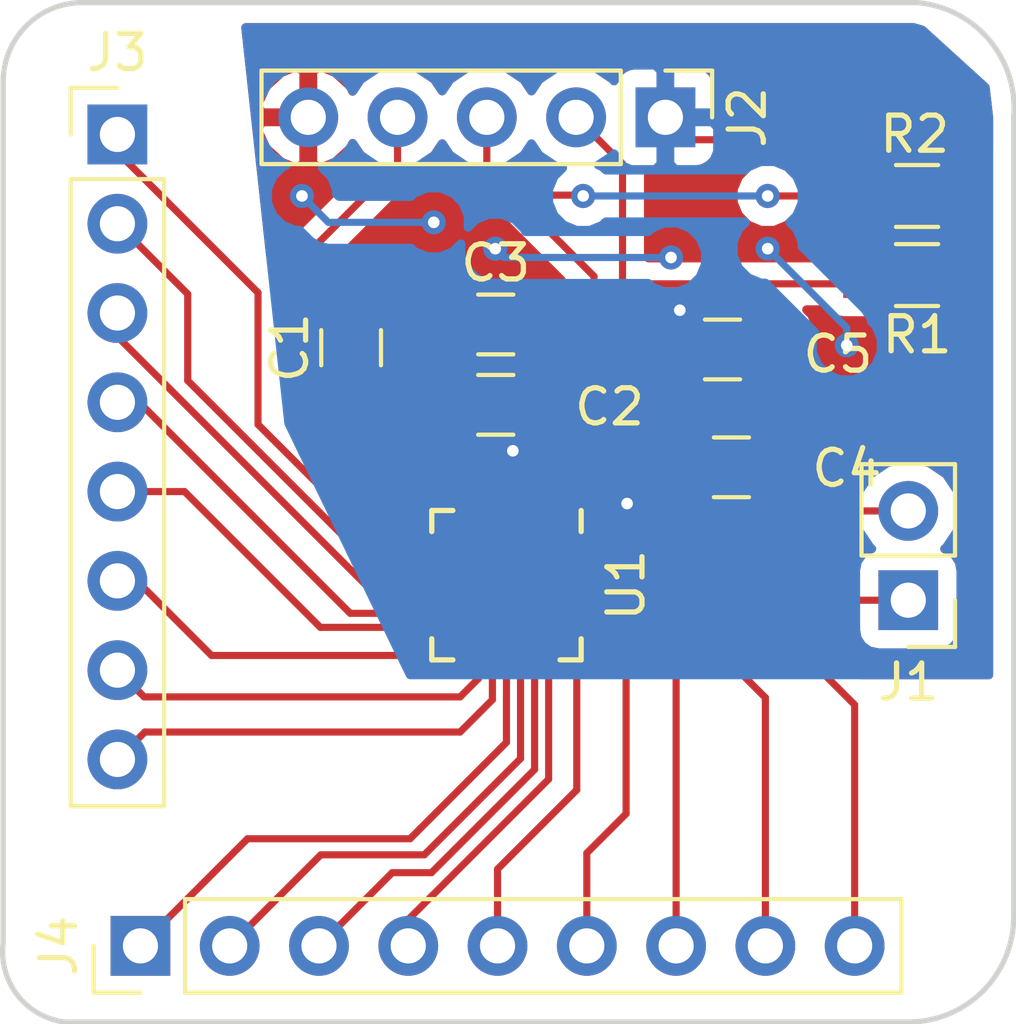
<source format=kicad_pcb>
(kicad_pcb (version 4) (host pcbnew 4.0.7)

  (general
    (links 38)
    (no_connects 0)
    (area 132.766999 100.407399 169.399144 135.101401)
    (thickness 1.6)
    (drawings 8)
    (tracks 144)
    (zones 0)
    (modules 12)
    (nets 29)
  )

  (page A4)
  (layers
    (0 F.Cu signal)
    (31 B.Cu signal hide)
    (32 B.Adhes user)
    (33 F.Adhes user)
    (34 B.Paste user)
    (35 F.Paste user)
    (36 B.SilkS user)
    (37 F.SilkS user)
    (38 B.Mask user)
    (39 F.Mask user)
    (40 Dwgs.User user)
    (41 Cmts.User user)
    (42 Eco1.User user)
    (43 Eco2.User user)
    (44 Edge.Cuts user)
    (45 Margin user)
    (46 B.CrtYd user)
    (47 F.CrtYd user)
    (48 B.Fab user)
    (49 F.Fab user)
  )

  (setup
    (last_trace_width 0.2032)
    (user_trace_width 0.2032)
    (trace_clearance 0.1524)
    (zone_clearance 0.508)
    (zone_45_only no)
    (trace_min 0.1524)
    (segment_width 0.2)
    (edge_width 0.15)
    (via_size 0.6858)
    (via_drill 0.3302)
    (via_min_size 0.508)
    (via_min_drill 0.254)
    (uvia_size 0.6858)
    (uvia_drill 0.3302)
    (uvias_allowed no)
    (uvia_min_size 0)
    (uvia_min_drill 0)
    (pcb_text_width 0.3)
    (pcb_text_size 1.5 1.5)
    (mod_edge_width 0.15)
    (mod_text_size 1 1)
    (mod_text_width 0.15)
    (pad_size 1.524 1.524)
    (pad_drill 0.762)
    (pad_to_mask_clearance 0.0508)
    (aux_axis_origin 0 0)
    (visible_elements FFFFFF7F)
    (pcbplotparams
      (layerselection 0x00030_80000001)
      (usegerberextensions false)
      (excludeedgelayer true)
      (linewidth 0.100000)
      (plotframeref false)
      (viasonmask false)
      (mode 1)
      (useauxorigin false)
      (hpglpennumber 1)
      (hpglpenspeed 20)
      (hpglpendiameter 15)
      (hpglpenoverlay 2)
      (psnegative false)
      (psa4output false)
      (plotreference true)
      (plotvalue true)
      (plotinvisibletext false)
      (padsonsilk false)
      (subtractmaskfromsilk false)
      (outputformat 1)
      (mirror false)
      (drillshape 1)
      (scaleselection 1)
      (outputdirectory ""))
  )

  (net 0 "")
  (net 1 "Net-(C1-Pad1)")
  (net 2 GND)
  (net 3 "Net-(C2-Pad1)")
  (net 4 PGM)
  (net 5 SW_IN)
  (net 6 +3V3)
  (net 7 SDA)
  (net 8 SCL)
  (net 9 RDY)
  (net 10 RX0)
  (net 11 RX1)
  (net 12 RX2)
  (net 13 RX3)
  (net 14 RX4)
  (net 15 RX5)
  (net 16 RX6)
  (net 17 RX7)
  (net 18 TX0)
  (net 19 TX1)
  (net 20 TX2)
  (net 21 TX3)
  (net 22 TX4)
  (net 23 TX5)
  (net 24 TX6)
  (net 25 TX7)
  (net 26 TX8)
  (net 27 "Net-(U1-Pad1)")
  (net 28 "Net-(U1-Pad9)")

  (net_class Default "This is the default net class."
    (clearance 0.1524)
    (trace_width 0.1524)
    (via_dia 0.6858)
    (via_drill 0.3302)
    (uvia_dia 0.6858)
    (uvia_drill 0.3302)
    (add_net +3V3)
    (add_net GND)
    (add_net "Net-(C1-Pad1)")
    (add_net "Net-(C2-Pad1)")
    (add_net "Net-(U1-Pad1)")
    (add_net "Net-(U1-Pad9)")
    (add_net PGM)
    (add_net RDY)
    (add_net RX0)
    (add_net RX1)
    (add_net RX2)
    (add_net RX3)
    (add_net RX4)
    (add_net RX5)
    (add_net RX6)
    (add_net RX7)
    (add_net SCL)
    (add_net SDA)
    (add_net SW_IN)
    (add_net TX0)
    (add_net TX1)
    (add_net TX2)
    (add_net TX3)
    (add_net TX4)
    (add_net TX5)
    (add_net TX6)
    (add_net TX7)
    (add_net TX8)
  )

  (module Capacitors_SMD:C_0805_HandSoldering (layer F.Cu) (tedit 58AA84A8) (tstamp 5B1B8465)
    (at 149.1488 115.316 90)
    (descr "Capacitor SMD 0805, hand soldering")
    (tags "capacitor 0805")
    (path /5B1B79A6)
    (attr smd)
    (fp_text reference C1 (at 0 -1.75 90) (layer F.SilkS)
      (effects (font (size 1 1) (thickness 0.15)))
    )
    (fp_text value 100nF (at 0 1.75 90) (layer F.Fab)
      (effects (font (size 1 1) (thickness 0.15)))
    )
    (fp_text user %R (at 0 -1.75 90) (layer F.Fab)
      (effects (font (size 1 1) (thickness 0.15)))
    )
    (fp_line (start -1 0.62) (end -1 -0.62) (layer F.Fab) (width 0.1))
    (fp_line (start 1 0.62) (end -1 0.62) (layer F.Fab) (width 0.1))
    (fp_line (start 1 -0.62) (end 1 0.62) (layer F.Fab) (width 0.1))
    (fp_line (start -1 -0.62) (end 1 -0.62) (layer F.Fab) (width 0.1))
    (fp_line (start 0.5 -0.85) (end -0.5 -0.85) (layer F.SilkS) (width 0.12))
    (fp_line (start -0.5 0.85) (end 0.5 0.85) (layer F.SilkS) (width 0.12))
    (fp_line (start -2.25 -0.88) (end 2.25 -0.88) (layer F.CrtYd) (width 0.05))
    (fp_line (start -2.25 -0.88) (end -2.25 0.87) (layer F.CrtYd) (width 0.05))
    (fp_line (start 2.25 0.87) (end 2.25 -0.88) (layer F.CrtYd) (width 0.05))
    (fp_line (start 2.25 0.87) (end -2.25 0.87) (layer F.CrtYd) (width 0.05))
    (pad 1 smd rect (at -1.25 0 90) (size 1.5 1.25) (layers F.Cu F.Paste F.Mask)
      (net 1 "Net-(C1-Pad1)"))
    (pad 2 smd rect (at 1.25 0 90) (size 1.5 1.25) (layers F.Cu F.Paste F.Mask)
      (net 2 GND))
    (model Capacitors_SMD.3dshapes/C_0805.wrl
      (at (xyz 0 0 0))
      (scale (xyz 1 1 1))
      (rotate (xyz 0 0 0))
    )
  )

  (module Capacitors_SMD:C_0805_HandSoldering (layer F.Cu) (tedit 5B1B6D06) (tstamp 5B1B846B)
    (at 153.2636 116.9416)
    (descr "Capacitor SMD 0805, hand soldering")
    (tags "capacitor 0805")
    (path /5B1B7AD8)
    (attr smd)
    (fp_text reference C2 (at 3.2364 0.0584) (layer F.SilkS)
      (effects (font (size 1 1) (thickness 0.15)))
    )
    (fp_text value 100pF (at 0 1.75) (layer F.Fab)
      (effects (font (size 1 1) (thickness 0.15)))
    )
    (fp_text user %R (at 3.2364 0.0584) (layer F.Fab)
      (effects (font (size 1 1) (thickness 0.15)))
    )
    (fp_line (start -1 0.62) (end -1 -0.62) (layer F.Fab) (width 0.1))
    (fp_line (start 1 0.62) (end -1 0.62) (layer F.Fab) (width 0.1))
    (fp_line (start 1 -0.62) (end 1 0.62) (layer F.Fab) (width 0.1))
    (fp_line (start -1 -0.62) (end 1 -0.62) (layer F.Fab) (width 0.1))
    (fp_line (start 0.5 -0.85) (end -0.5 -0.85) (layer F.SilkS) (width 0.12))
    (fp_line (start -0.5 0.85) (end 0.5 0.85) (layer F.SilkS) (width 0.12))
    (fp_line (start -2.25 -0.88) (end 2.25 -0.88) (layer F.CrtYd) (width 0.05))
    (fp_line (start -2.25 -0.88) (end -2.25 0.87) (layer F.CrtYd) (width 0.05))
    (fp_line (start 2.25 0.87) (end 2.25 -0.88) (layer F.CrtYd) (width 0.05))
    (fp_line (start 2.25 0.87) (end -2.25 0.87) (layer F.CrtYd) (width 0.05))
    (pad 1 smd rect (at -1.25 0) (size 1.5 1.25) (layers F.Cu F.Paste F.Mask)
      (net 3 "Net-(C2-Pad1)"))
    (pad 2 smd rect (at 1.25 0) (size 1.5 1.25) (layers F.Cu F.Paste F.Mask)
      (net 2 GND))
    (model Capacitors_SMD.3dshapes/C_0805.wrl
      (at (xyz 0 0 0))
      (scale (xyz 1 1 1))
      (rotate (xyz 0 0 0))
    )
  )

  (module Capacitors_SMD:C_0805_HandSoldering (layer F.Cu) (tedit 58AA84A8) (tstamp 5B1B8471)
    (at 153.2636 114.6556)
    (descr "Capacitor SMD 0805, hand soldering")
    (tags "capacitor 0805")
    (path /5B1B7AAD)
    (attr smd)
    (fp_text reference C3 (at 0 -1.75) (layer F.SilkS)
      (effects (font (size 1 1) (thickness 0.15)))
    )
    (fp_text value 1uF (at 0 1.75) (layer F.Fab)
      (effects (font (size 1 1) (thickness 0.15)))
    )
    (fp_text user %R (at 0 -1.75) (layer F.Fab)
      (effects (font (size 1 1) (thickness 0.15)))
    )
    (fp_line (start -1 0.62) (end -1 -0.62) (layer F.Fab) (width 0.1))
    (fp_line (start 1 0.62) (end -1 0.62) (layer F.Fab) (width 0.1))
    (fp_line (start 1 -0.62) (end 1 0.62) (layer F.Fab) (width 0.1))
    (fp_line (start -1 -0.62) (end 1 -0.62) (layer F.Fab) (width 0.1))
    (fp_line (start 0.5 -0.85) (end -0.5 -0.85) (layer F.SilkS) (width 0.12))
    (fp_line (start -0.5 0.85) (end 0.5 0.85) (layer F.SilkS) (width 0.12))
    (fp_line (start -2.25 -0.88) (end 2.25 -0.88) (layer F.CrtYd) (width 0.05))
    (fp_line (start -2.25 -0.88) (end -2.25 0.87) (layer F.CrtYd) (width 0.05))
    (fp_line (start 2.25 0.87) (end 2.25 -0.88) (layer F.CrtYd) (width 0.05))
    (fp_line (start 2.25 0.87) (end -2.25 0.87) (layer F.CrtYd) (width 0.05))
    (pad 1 smd rect (at -1.25 0) (size 1.5 1.25) (layers F.Cu F.Paste F.Mask)
      (net 3 "Net-(C2-Pad1)"))
    (pad 2 smd rect (at 1.25 0) (size 1.5 1.25) (layers F.Cu F.Paste F.Mask)
      (net 2 GND))
    (model Capacitors_SMD.3dshapes/C_0805.wrl
      (at (xyz 0 0 0))
      (scale (xyz 1 1 1))
      (rotate (xyz 0 0 0))
    )
  )

  (module Capacitors_SMD:C_0805_HandSoldering (layer F.Cu) (tedit 5B1B6D0F) (tstamp 5B1B8477)
    (at 159.9692 118.7196)
    (descr "Capacitor SMD 0805, hand soldering")
    (tags "capacitor 0805")
    (path /5B1B7A78)
    (attr smd)
    (fp_text reference C4 (at 3.2808 0.0304) (layer F.SilkS)
      (effects (font (size 1 1) (thickness 0.15)))
    )
    (fp_text value 100pF (at 0 1.75) (layer F.Fab)
      (effects (font (size 1 1) (thickness 0.15)))
    )
    (fp_text user %R (at 3.2808 0.0304) (layer F.Fab)
      (effects (font (size 1 1) (thickness 0.15)))
    )
    (fp_line (start -1 0.62) (end -1 -0.62) (layer F.Fab) (width 0.1))
    (fp_line (start 1 0.62) (end -1 0.62) (layer F.Fab) (width 0.1))
    (fp_line (start 1 -0.62) (end 1 0.62) (layer F.Fab) (width 0.1))
    (fp_line (start -1 -0.62) (end 1 -0.62) (layer F.Fab) (width 0.1))
    (fp_line (start 0.5 -0.85) (end -0.5 -0.85) (layer F.SilkS) (width 0.12))
    (fp_line (start -0.5 0.85) (end 0.5 0.85) (layer F.SilkS) (width 0.12))
    (fp_line (start -2.25 -0.88) (end 2.25 -0.88) (layer F.CrtYd) (width 0.05))
    (fp_line (start -2.25 -0.88) (end -2.25 0.87) (layer F.CrtYd) (width 0.05))
    (fp_line (start 2.25 0.87) (end 2.25 -0.88) (layer F.CrtYd) (width 0.05))
    (fp_line (start 2.25 0.87) (end -2.25 0.87) (layer F.CrtYd) (width 0.05))
    (pad 1 smd rect (at -1.25 0) (size 1.5 1.25) (layers F.Cu F.Paste F.Mask)
      (net 6 +3V3))
    (pad 2 smd rect (at 1.25 0) (size 1.5 1.25) (layers F.Cu F.Paste F.Mask)
      (net 2 GND))
    (model Capacitors_SMD.3dshapes/C_0805.wrl
      (at (xyz 0 0 0))
      (scale (xyz 1 1 1))
      (rotate (xyz 0 0 0))
    )
  )

  (module Capacitors_SMD:C_0805_HandSoldering (layer F.Cu) (tedit 5B1B6D18) (tstamp 5B1B847D)
    (at 159.7152 115.3668)
    (descr "Capacitor SMD 0805, hand soldering")
    (tags "capacitor 0805")
    (path /5B1B7A45)
    (attr smd)
    (fp_text reference C5 (at 3.2848 0.1332) (layer F.SilkS)
      (effects (font (size 1 1) (thickness 0.15)))
    )
    (fp_text value 1uF (at 0 1.75) (layer F.Fab)
      (effects (font (size 1 1) (thickness 0.15)))
    )
    (fp_text user %R (at 3.2848 0.1332) (layer F.Fab)
      (effects (font (size 1 1) (thickness 0.15)))
    )
    (fp_line (start -1 0.62) (end -1 -0.62) (layer F.Fab) (width 0.1))
    (fp_line (start 1 0.62) (end -1 0.62) (layer F.Fab) (width 0.1))
    (fp_line (start 1 -0.62) (end 1 0.62) (layer F.Fab) (width 0.1))
    (fp_line (start -1 -0.62) (end 1 -0.62) (layer F.Fab) (width 0.1))
    (fp_line (start 0.5 -0.85) (end -0.5 -0.85) (layer F.SilkS) (width 0.12))
    (fp_line (start -0.5 0.85) (end 0.5 0.85) (layer F.SilkS) (width 0.12))
    (fp_line (start -2.25 -0.88) (end 2.25 -0.88) (layer F.CrtYd) (width 0.05))
    (fp_line (start -2.25 -0.88) (end -2.25 0.87) (layer F.CrtYd) (width 0.05))
    (fp_line (start 2.25 0.87) (end 2.25 -0.88) (layer F.CrtYd) (width 0.05))
    (fp_line (start 2.25 0.87) (end -2.25 0.87) (layer F.CrtYd) (width 0.05))
    (pad 1 smd rect (at -1.25 0) (size 1.5 1.25) (layers F.Cu F.Paste F.Mask)
      (net 6 +3V3))
    (pad 2 smd rect (at 1.25 0) (size 1.5 1.25) (layers F.Cu F.Paste F.Mask)
      (net 2 GND))
    (model Capacitors_SMD.3dshapes/C_0805.wrl
      (at (xyz 0 0 0))
      (scale (xyz 1 1 1))
      (rotate (xyz 0 0 0))
    )
  )

  (module Pin_Headers:Pin_Header_Straight_1x02_Pitch2.54mm (layer F.Cu) (tedit 59650532) (tstamp 5B1B8483)
    (at 165 122.5 180)
    (descr "Through hole straight pin header, 1x02, 2.54mm pitch, single row")
    (tags "Through hole pin header THT 1x02 2.54mm single row")
    (path /5B1B7F5C)
    (fp_text reference J1 (at 0 -2.33 180) (layer F.SilkS)
      (effects (font (size 1 1) (thickness 0.15)))
    )
    (fp_text value Other (at 0 4.87 180) (layer F.Fab)
      (effects (font (size 1 1) (thickness 0.15)))
    )
    (fp_line (start -0.635 -1.27) (end 1.27 -1.27) (layer F.Fab) (width 0.1))
    (fp_line (start 1.27 -1.27) (end 1.27 3.81) (layer F.Fab) (width 0.1))
    (fp_line (start 1.27 3.81) (end -1.27 3.81) (layer F.Fab) (width 0.1))
    (fp_line (start -1.27 3.81) (end -1.27 -0.635) (layer F.Fab) (width 0.1))
    (fp_line (start -1.27 -0.635) (end -0.635 -1.27) (layer F.Fab) (width 0.1))
    (fp_line (start -1.33 3.87) (end 1.33 3.87) (layer F.SilkS) (width 0.12))
    (fp_line (start -1.33 1.27) (end -1.33 3.87) (layer F.SilkS) (width 0.12))
    (fp_line (start 1.33 1.27) (end 1.33 3.87) (layer F.SilkS) (width 0.12))
    (fp_line (start -1.33 1.27) (end 1.33 1.27) (layer F.SilkS) (width 0.12))
    (fp_line (start -1.33 0) (end -1.33 -1.33) (layer F.SilkS) (width 0.12))
    (fp_line (start -1.33 -1.33) (end 0 -1.33) (layer F.SilkS) (width 0.12))
    (fp_line (start -1.8 -1.8) (end -1.8 4.35) (layer F.CrtYd) (width 0.05))
    (fp_line (start -1.8 4.35) (end 1.8 4.35) (layer F.CrtYd) (width 0.05))
    (fp_line (start 1.8 4.35) (end 1.8 -1.8) (layer F.CrtYd) (width 0.05))
    (fp_line (start 1.8 -1.8) (end -1.8 -1.8) (layer F.CrtYd) (width 0.05))
    (fp_text user %R (at 0 1.27 270) (layer F.Fab)
      (effects (font (size 1 1) (thickness 0.15)))
    )
    (pad 1 thru_hole rect (at 0 0 180) (size 1.7 1.7) (drill 1) (layers *.Cu *.Mask)
      (net 4 PGM))
    (pad 2 thru_hole oval (at 0 2.54 180) (size 1.7 1.7) (drill 1) (layers *.Cu *.Mask)
      (net 5 SW_IN))
    (model ${KISYS3DMOD}/Pin_Headers.3dshapes/Pin_Header_Straight_1x02_Pitch2.54mm.wrl
      (at (xyz 0 0 0))
      (scale (xyz 1 1 1))
      (rotate (xyz 0 0 0))
    )
  )

  (module Pin_Headers:Pin_Header_Straight_1x05_Pitch2.54mm (layer F.Cu) (tedit 5B1B6CFD) (tstamp 5B1B848C)
    (at 158.0896 108.7628 270)
    (descr "Through hole straight pin header, 1x05, 2.54mm pitch, single row")
    (tags "Through hole pin header THT 1x05 2.54mm single row")
    (path /5B1B741F)
    (fp_text reference J2 (at 0 -2.33 270) (layer F.SilkS)
      (effects (font (size 1 1) (thickness 0.15)))
    )
    (fp_text value "I2C data and programming" (at -2.0128 4.0896 360) (layer F.Fab)
      (effects (font (size 1 1) (thickness 0.15)))
    )
    (fp_line (start -0.635 -1.27) (end 1.27 -1.27) (layer F.Fab) (width 0.1))
    (fp_line (start 1.27 -1.27) (end 1.27 11.43) (layer F.Fab) (width 0.1))
    (fp_line (start 1.27 11.43) (end -1.27 11.43) (layer F.Fab) (width 0.1))
    (fp_line (start -1.27 11.43) (end -1.27 -0.635) (layer F.Fab) (width 0.1))
    (fp_line (start -1.27 -0.635) (end -0.635 -1.27) (layer F.Fab) (width 0.1))
    (fp_line (start -1.33 11.49) (end 1.33 11.49) (layer F.SilkS) (width 0.12))
    (fp_line (start -1.33 1.27) (end -1.33 11.49) (layer F.SilkS) (width 0.12))
    (fp_line (start 1.33 1.27) (end 1.33 11.49) (layer F.SilkS) (width 0.12))
    (fp_line (start -1.33 1.27) (end 1.33 1.27) (layer F.SilkS) (width 0.12))
    (fp_line (start -1.33 0) (end -1.33 -1.33) (layer F.SilkS) (width 0.12))
    (fp_line (start -1.33 -1.33) (end 0 -1.33) (layer F.SilkS) (width 0.12))
    (fp_line (start -1.8 -1.8) (end -1.8 11.95) (layer F.CrtYd) (width 0.05))
    (fp_line (start -1.8 11.95) (end 1.8 11.95) (layer F.CrtYd) (width 0.05))
    (fp_line (start 1.8 11.95) (end 1.8 -1.8) (layer F.CrtYd) (width 0.05))
    (fp_line (start 1.8 -1.8) (end -1.8 -1.8) (layer F.CrtYd) (width 0.05))
    (fp_text user %R (at 0 5.08 360) (layer F.Fab)
      (effects (font (size 1 1) (thickness 0.15)))
    )
    (pad 1 thru_hole rect (at 0 0 270) (size 1.7 1.7) (drill 1) (layers *.Cu *.Mask)
      (net 6 +3V3))
    (pad 2 thru_hole oval (at 0 2.54 270) (size 1.7 1.7) (drill 1) (layers *.Cu *.Mask)
      (net 7 SDA))
    (pad 3 thru_hole oval (at 0 5.08 270) (size 1.7 1.7) (drill 1) (layers *.Cu *.Mask)
      (net 8 SCL))
    (pad 4 thru_hole oval (at 0 7.62 270) (size 1.7 1.7) (drill 1) (layers *.Cu *.Mask)
      (net 9 RDY))
    (pad 5 thru_hole oval (at 0 10.16 270) (size 1.7 1.7) (drill 1) (layers *.Cu *.Mask)
      (net 2 GND))
    (model ${KISYS3DMOD}/Pin_Headers.3dshapes/Pin_Header_Straight_1x05_Pitch2.54mm.wrl
      (at (xyz 0 0 0))
      (scale (xyz 1 1 1))
      (rotate (xyz 0 0 0))
    )
  )

  (module Pin_Headers:Pin_Header_Straight_1x08_Pitch2.54mm (layer F.Cu) (tedit 59650532) (tstamp 5B1B8498)
    (at 142.5 109.25)
    (descr "Through hole straight pin header, 1x08, 2.54mm pitch, single row")
    (tags "Through hole pin header THT 1x08 2.54mm single row")
    (path /5B1B839C)
    (fp_text reference J3 (at 0 -2.33) (layer F.SilkS)
      (effects (font (size 1 1) (thickness 0.15)))
    )
    (fp_text value RX (at 0 20.11) (layer F.Fab)
      (effects (font (size 1 1) (thickness 0.15)))
    )
    (fp_line (start -0.635 -1.27) (end 1.27 -1.27) (layer F.Fab) (width 0.1))
    (fp_line (start 1.27 -1.27) (end 1.27 19.05) (layer F.Fab) (width 0.1))
    (fp_line (start 1.27 19.05) (end -1.27 19.05) (layer F.Fab) (width 0.1))
    (fp_line (start -1.27 19.05) (end -1.27 -0.635) (layer F.Fab) (width 0.1))
    (fp_line (start -1.27 -0.635) (end -0.635 -1.27) (layer F.Fab) (width 0.1))
    (fp_line (start -1.33 19.11) (end 1.33 19.11) (layer F.SilkS) (width 0.12))
    (fp_line (start -1.33 1.27) (end -1.33 19.11) (layer F.SilkS) (width 0.12))
    (fp_line (start 1.33 1.27) (end 1.33 19.11) (layer F.SilkS) (width 0.12))
    (fp_line (start -1.33 1.27) (end 1.33 1.27) (layer F.SilkS) (width 0.12))
    (fp_line (start -1.33 0) (end -1.33 -1.33) (layer F.SilkS) (width 0.12))
    (fp_line (start -1.33 -1.33) (end 0 -1.33) (layer F.SilkS) (width 0.12))
    (fp_line (start -1.8 -1.8) (end -1.8 19.55) (layer F.CrtYd) (width 0.05))
    (fp_line (start -1.8 19.55) (end 1.8 19.55) (layer F.CrtYd) (width 0.05))
    (fp_line (start 1.8 19.55) (end 1.8 -1.8) (layer F.CrtYd) (width 0.05))
    (fp_line (start 1.8 -1.8) (end -1.8 -1.8) (layer F.CrtYd) (width 0.05))
    (fp_text user %R (at 0 8.89 90) (layer F.Fab)
      (effects (font (size 1 1) (thickness 0.15)))
    )
    (pad 1 thru_hole rect (at 0 0) (size 1.7 1.7) (drill 1) (layers *.Cu *.Mask)
      (net 10 RX0))
    (pad 2 thru_hole oval (at 0 2.54) (size 1.7 1.7) (drill 1) (layers *.Cu *.Mask)
      (net 11 RX1))
    (pad 3 thru_hole oval (at 0 5.08) (size 1.7 1.7) (drill 1) (layers *.Cu *.Mask)
      (net 12 RX2))
    (pad 4 thru_hole oval (at 0 7.62) (size 1.7 1.7) (drill 1) (layers *.Cu *.Mask)
      (net 13 RX3))
    (pad 5 thru_hole oval (at 0 10.16) (size 1.7 1.7) (drill 1) (layers *.Cu *.Mask)
      (net 14 RX4))
    (pad 6 thru_hole oval (at 0 12.7) (size 1.7 1.7) (drill 1) (layers *.Cu *.Mask)
      (net 15 RX5))
    (pad 7 thru_hole oval (at 0 15.24) (size 1.7 1.7) (drill 1) (layers *.Cu *.Mask)
      (net 16 RX6))
    (pad 8 thru_hole oval (at 0 17.78) (size 1.7 1.7) (drill 1) (layers *.Cu *.Mask)
      (net 17 RX7))
    (model ${KISYS3DMOD}/Pin_Headers.3dshapes/Pin_Header_Straight_1x08_Pitch2.54mm.wrl
      (at (xyz 0 0 0))
      (scale (xyz 1 1 1))
      (rotate (xyz 0 0 0))
    )
  )

  (module Pin_Headers:Pin_Header_Straight_1x09_Pitch2.54mm (layer F.Cu) (tedit 59650532) (tstamp 5B1B84A5)
    (at 143.1544 132.334 90)
    (descr "Through hole straight pin header, 1x09, 2.54mm pitch, single row")
    (tags "Through hole pin header THT 1x09 2.54mm single row")
    (path /5B1B85BA)
    (fp_text reference J4 (at 0 -2.33 90) (layer F.SilkS)
      (effects (font (size 1 1) (thickness 0.15)))
    )
    (fp_text value TX (at 0 22.65 90) (layer F.Fab)
      (effects (font (size 1 1) (thickness 0.15)))
    )
    (fp_line (start -0.635 -1.27) (end 1.27 -1.27) (layer F.Fab) (width 0.1))
    (fp_line (start 1.27 -1.27) (end 1.27 21.59) (layer F.Fab) (width 0.1))
    (fp_line (start 1.27 21.59) (end -1.27 21.59) (layer F.Fab) (width 0.1))
    (fp_line (start -1.27 21.59) (end -1.27 -0.635) (layer F.Fab) (width 0.1))
    (fp_line (start -1.27 -0.635) (end -0.635 -1.27) (layer F.Fab) (width 0.1))
    (fp_line (start -1.33 21.65) (end 1.33 21.65) (layer F.SilkS) (width 0.12))
    (fp_line (start -1.33 1.27) (end -1.33 21.65) (layer F.SilkS) (width 0.12))
    (fp_line (start 1.33 1.27) (end 1.33 21.65) (layer F.SilkS) (width 0.12))
    (fp_line (start -1.33 1.27) (end 1.33 1.27) (layer F.SilkS) (width 0.12))
    (fp_line (start -1.33 0) (end -1.33 -1.33) (layer F.SilkS) (width 0.12))
    (fp_line (start -1.33 -1.33) (end 0 -1.33) (layer F.SilkS) (width 0.12))
    (fp_line (start -1.8 -1.8) (end -1.8 22.1) (layer F.CrtYd) (width 0.05))
    (fp_line (start -1.8 22.1) (end 1.8 22.1) (layer F.CrtYd) (width 0.05))
    (fp_line (start 1.8 22.1) (end 1.8 -1.8) (layer F.CrtYd) (width 0.05))
    (fp_line (start 1.8 -1.8) (end -1.8 -1.8) (layer F.CrtYd) (width 0.05))
    (fp_text user %R (at 0 10.16 180) (layer F.Fab)
      (effects (font (size 1 1) (thickness 0.15)))
    )
    (pad 1 thru_hole rect (at 0 0 90) (size 1.7 1.7) (drill 1) (layers *.Cu *.Mask)
      (net 18 TX0))
    (pad 2 thru_hole oval (at 0 2.54 90) (size 1.7 1.7) (drill 1) (layers *.Cu *.Mask)
      (net 19 TX1))
    (pad 3 thru_hole oval (at 0 5.08 90) (size 1.7 1.7) (drill 1) (layers *.Cu *.Mask)
      (net 20 TX2))
    (pad 4 thru_hole oval (at 0 7.62 90) (size 1.7 1.7) (drill 1) (layers *.Cu *.Mask)
      (net 21 TX3))
    (pad 5 thru_hole oval (at 0 10.16 90) (size 1.7 1.7) (drill 1) (layers *.Cu *.Mask)
      (net 22 TX4))
    (pad 6 thru_hole oval (at 0 12.7 90) (size 1.7 1.7) (drill 1) (layers *.Cu *.Mask)
      (net 23 TX5))
    (pad 7 thru_hole oval (at 0 15.24 90) (size 1.7 1.7) (drill 1) (layers *.Cu *.Mask)
      (net 24 TX6))
    (pad 8 thru_hole oval (at 0 17.78 90) (size 1.7 1.7) (drill 1) (layers *.Cu *.Mask)
      (net 25 TX7))
    (pad 9 thru_hole oval (at 0 20.32 90) (size 1.7 1.7) (drill 1) (layers *.Cu *.Mask)
      (net 26 TX8))
    (model ${KISYS3DMOD}/Pin_Headers.3dshapes/Pin_Header_Straight_1x09_Pitch2.54mm.wrl
      (at (xyz 0 0 0))
      (scale (xyz 1 1 1))
      (rotate (xyz 0 0 0))
    )
  )

  (module Resistors_SMD:R_0805_HandSoldering (layer F.Cu) (tedit 58E0A804) (tstamp 5B1B84AB)
    (at 165.25 113.25 180)
    (descr "Resistor SMD 0805, hand soldering")
    (tags "resistor 0805")
    (path /5B1B787F)
    (attr smd)
    (fp_text reference R1 (at 0 -1.7 180) (layer F.SilkS)
      (effects (font (size 1 1) (thickness 0.15)))
    )
    (fp_text value 4.7K (at 0 1.75 180) (layer F.Fab)
      (effects (font (size 1 1) (thickness 0.15)))
    )
    (fp_text user %R (at 0 0 180) (layer F.Fab)
      (effects (font (size 0.5 0.5) (thickness 0.075)))
    )
    (fp_line (start -1 0.62) (end -1 -0.62) (layer F.Fab) (width 0.1))
    (fp_line (start 1 0.62) (end -1 0.62) (layer F.Fab) (width 0.1))
    (fp_line (start 1 -0.62) (end 1 0.62) (layer F.Fab) (width 0.1))
    (fp_line (start -1 -0.62) (end 1 -0.62) (layer F.Fab) (width 0.1))
    (fp_line (start 0.6 0.88) (end -0.6 0.88) (layer F.SilkS) (width 0.12))
    (fp_line (start -0.6 -0.88) (end 0.6 -0.88) (layer F.SilkS) (width 0.12))
    (fp_line (start -2.35 -0.9) (end 2.35 -0.9) (layer F.CrtYd) (width 0.05))
    (fp_line (start -2.35 -0.9) (end -2.35 0.9) (layer F.CrtYd) (width 0.05))
    (fp_line (start 2.35 0.9) (end 2.35 -0.9) (layer F.CrtYd) (width 0.05))
    (fp_line (start 2.35 0.9) (end -2.35 0.9) (layer F.CrtYd) (width 0.05))
    (pad 1 smd rect (at -1.35 0 180) (size 1.5 1.3) (layers F.Cu F.Paste F.Mask)
      (net 6 +3V3))
    (pad 2 smd rect (at 1.35 0 180) (size 1.5 1.3) (layers F.Cu F.Paste F.Mask)
      (net 7 SDA))
    (model ${KISYS3DMOD}/Resistors_SMD.3dshapes/R_0805.wrl
      (at (xyz 0 0 0))
      (scale (xyz 1 1 1))
      (rotate (xyz 0 0 0))
    )
  )

  (module Resistors_SMD:R_0805_HandSoldering (layer F.Cu) (tedit 5B1B6D41) (tstamp 5B1B84B1)
    (at 165.25 111 180)
    (descr "Resistor SMD 0805, hand soldering")
    (tags "resistor 0805")
    (path /5B1B78D3)
    (attr smd)
    (fp_text reference R2 (at 0.0672 1.7556 180) (layer F.SilkS)
      (effects (font (size 1 1) (thickness 0.15)))
    )
    (fp_text value 4.7K (at 0 1.75 180) (layer F.Fab)
      (effects (font (size 1 1) (thickness 0.15)))
    )
    (fp_text user %R (at 0 0 180) (layer F.Fab)
      (effects (font (size 0.5 0.5) (thickness 0.075)))
    )
    (fp_line (start -1 0.62) (end -1 -0.62) (layer F.Fab) (width 0.1))
    (fp_line (start 1 0.62) (end -1 0.62) (layer F.Fab) (width 0.1))
    (fp_line (start 1 -0.62) (end 1 0.62) (layer F.Fab) (width 0.1))
    (fp_line (start -1 -0.62) (end 1 -0.62) (layer F.Fab) (width 0.1))
    (fp_line (start 0.6 0.88) (end -0.6 0.88) (layer F.SilkS) (width 0.12))
    (fp_line (start -0.6 -0.88) (end 0.6 -0.88) (layer F.SilkS) (width 0.12))
    (fp_line (start -2.35 -0.9) (end 2.35 -0.9) (layer F.CrtYd) (width 0.05))
    (fp_line (start -2.35 -0.9) (end -2.35 0.9) (layer F.CrtYd) (width 0.05))
    (fp_line (start 2.35 0.9) (end 2.35 -0.9) (layer F.CrtYd) (width 0.05))
    (fp_line (start 2.35 0.9) (end -2.35 0.9) (layer F.CrtYd) (width 0.05))
    (pad 1 smd rect (at -1.35 0 180) (size 1.5 1.3) (layers F.Cu F.Paste F.Mask)
      (net 6 +3V3))
    (pad 2 smd rect (at 1.35 0 180) (size 1.5 1.3) (layers F.Cu F.Paste F.Mask)
      (net 8 SCL))
    (model ${KISYS3DMOD}/Resistors_SMD.3dshapes/R_0805.wrl
      (at (xyz 0 0 0))
      (scale (xyz 1 1 1))
      (rotate (xyz 0 0 0))
    )
  )

  (module Housings_DFN_QFN:UQFN-28-1EP_4x4mm_Pitch0.4mm (layer F.Cu) (tedit 54130A77) (tstamp 5B1B84D5)
    (at 153.5684 122.0724 270)
    (descr "28-Lead Plastic Ultra Thin Quad Flat, No Lead Package (MV) - 4x4x0.5 mm Body [UQFN]; (see Microchip Packaging Specification 00000049BS.pdf)")
    (tags "QFN 0.4")
    (path /5B1B73F7)
    (attr smd)
    (fp_text reference U1 (at 0 -3.4 270) (layer F.SilkS)
      (effects (font (size 1 1) (thickness 0.15)))
    )
    (fp_text value IQS572 (at 0 3.4 270) (layer F.Fab)
      (effects (font (size 1 1) (thickness 0.15)))
    )
    (fp_line (start -1 -2) (end 2 -2) (layer F.Fab) (width 0.15))
    (fp_line (start 2 -2) (end 2 2) (layer F.Fab) (width 0.15))
    (fp_line (start 2 2) (end -2 2) (layer F.Fab) (width 0.15))
    (fp_line (start -2 2) (end -2 -1) (layer F.Fab) (width 0.15))
    (fp_line (start -2 -1) (end -1 -2) (layer F.Fab) (width 0.15))
    (fp_line (start -2.65 -2.65) (end -2.65 2.65) (layer F.CrtYd) (width 0.05))
    (fp_line (start 2.65 -2.65) (end 2.65 2.65) (layer F.CrtYd) (width 0.05))
    (fp_line (start -2.65 -2.65) (end 2.65 -2.65) (layer F.CrtYd) (width 0.05))
    (fp_line (start -2.65 2.65) (end 2.65 2.65) (layer F.CrtYd) (width 0.05))
    (fp_line (start 2.125 -2.125) (end 2.125 -1.525) (layer F.SilkS) (width 0.15))
    (fp_line (start -2.125 2.125) (end -2.125 1.525) (layer F.SilkS) (width 0.15))
    (fp_line (start 2.125 2.125) (end 2.125 1.525) (layer F.SilkS) (width 0.15))
    (fp_line (start -2.125 -2.125) (end -1.525 -2.125) (layer F.SilkS) (width 0.15))
    (fp_line (start -2.125 2.125) (end -1.525 2.125) (layer F.SilkS) (width 0.15))
    (fp_line (start 2.125 2.125) (end 1.525 2.125) (layer F.SilkS) (width 0.15))
    (fp_line (start 2.125 -2.125) (end 1.525 -2.125) (layer F.SilkS) (width 0.15))
    (pad 1 smd rect (at -2 -1.2 270) (size 0.8 0.2) (layers F.Cu F.Paste F.Mask)
      (net 27 "Net-(U1-Pad1)"))
    (pad 2 smd rect (at -2 -0.8 270) (size 0.8 0.2) (layers F.Cu F.Paste F.Mask)
      (net 7 SDA))
    (pad 3 smd rect (at -2 -0.4 270) (size 0.8 0.2) (layers F.Cu F.Paste F.Mask)
      (net 8 SCL))
    (pad 4 smd rect (at -2 0 270) (size 0.8 0.2) (layers F.Cu F.Paste F.Mask)
      (net 6 +3V3))
    (pad 5 smd rect (at -2 0.4 270) (size 0.8 0.2) (layers F.Cu F.Paste F.Mask)
      (net 2 GND))
    (pad 6 smd rect (at -2 0.8 270) (size 0.8 0.2) (layers F.Cu F.Paste F.Mask)
      (net 3 "Net-(C2-Pad1)"))
    (pad 7 smd rect (at -2 1.2 270) (size 0.8 0.2) (layers F.Cu F.Paste F.Mask)
      (net 1 "Net-(C1-Pad1)"))
    (pad 8 smd rect (at -1.2 2) (size 0.8 0.2) (layers F.Cu F.Paste F.Mask)
      (net 9 RDY))
    (pad 9 smd rect (at -0.8 2) (size 0.8 0.2) (layers F.Cu F.Paste F.Mask)
      (net 28 "Net-(U1-Pad9)"))
    (pad 10 smd rect (at -0.4 2) (size 0.8 0.2) (layers F.Cu F.Paste F.Mask)
      (net 10 RX0))
    (pad 11 smd rect (at 0 2) (size 0.8 0.2) (layers F.Cu F.Paste F.Mask)
      (net 11 RX1))
    (pad 12 smd rect (at 0.4 2) (size 0.8 0.2) (layers F.Cu F.Paste F.Mask)
      (net 12 RX2))
    (pad 13 smd rect (at 0.8 2) (size 0.8 0.2) (layers F.Cu F.Paste F.Mask)
      (net 13 RX3))
    (pad 14 smd rect (at 1.2 2) (size 0.8 0.2) (layers F.Cu F.Paste F.Mask)
      (net 14 RX4))
    (pad 15 smd rect (at 2 1.2 270) (size 0.8 0.2) (layers F.Cu F.Paste F.Mask)
      (net 15 RX5))
    (pad 16 smd rect (at 2 0.8 270) (size 0.8 0.2) (layers F.Cu F.Paste F.Mask)
      (net 16 RX6))
    (pad 17 smd rect (at 2 0.4 270) (size 0.8 0.2) (layers F.Cu F.Paste F.Mask)
      (net 17 RX7))
    (pad 18 smd rect (at 2 0 270) (size 0.8 0.2) (layers F.Cu F.Paste F.Mask)
      (net 18 TX0))
    (pad 19 smd rect (at 2 -0.4 270) (size 0.8 0.2) (layers F.Cu F.Paste F.Mask)
      (net 19 TX1))
    (pad 20 smd rect (at 2 -0.8 270) (size 0.8 0.2) (layers F.Cu F.Paste F.Mask)
      (net 20 TX2))
    (pad 21 smd rect (at 2 -1.2 270) (size 0.8 0.2) (layers F.Cu F.Paste F.Mask)
      (net 21 TX3))
    (pad 22 smd rect (at 1.2 -2) (size 0.8 0.2) (layers F.Cu F.Paste F.Mask)
      (net 22 TX4))
    (pad 23 smd rect (at 0.8 -2) (size 0.8 0.2) (layers F.Cu F.Paste F.Mask)
      (net 23 TX5))
    (pad 24 smd rect (at 0.4 -2) (size 0.8 0.2) (layers F.Cu F.Paste F.Mask)
      (net 24 TX6))
    (pad 25 smd rect (at 0 -2) (size 0.8 0.2) (layers F.Cu F.Paste F.Mask)
      (net 25 TX7))
    (pad 26 smd rect (at -0.4 -2) (size 0.8 0.2) (layers F.Cu F.Paste F.Mask)
      (net 26 TX8))
    (pad 27 smd rect (at -0.8 -2) (size 0.8 0.2) (layers F.Cu F.Paste F.Mask)
      (net 4 PGM))
    (pad 28 smd rect (at -1.2 -2) (size 0.8 0.2) (layers F.Cu F.Paste F.Mask)
      (net 5 SW_IN))
    (pad 29 smd rect (at 0.5875 0.5875 270) (size 1.175 1.175) (layers F.Cu F.Paste F.Mask)
      (solder_paste_margin_ratio -0.2))
    (pad 29 smd rect (at 0.5875 -0.5875 270) (size 1.175 1.175) (layers F.Cu F.Paste F.Mask)
      (solder_paste_margin_ratio -0.2))
    (pad 29 smd rect (at -0.5875 0.5875 270) (size 1.175 1.175) (layers F.Cu F.Paste F.Mask)
      (solder_paste_margin_ratio -0.2))
    (pad 29 smd rect (at -0.5875 -0.5875 270) (size 1.175 1.175) (layers F.Cu F.Paste F.Mask)
      (solder_paste_margin_ratio -0.2))
    (model ${KISYS3DMOD}/Housings_DFN_QFN.3dshapes/UQFN-28-1EP_4x4mm_Pitch0.4mm.wrl
      (at (xyz 0 0 0))
      (scale (xyz 1 1 1))
      (rotate (xyz 0 0 0))
    )
  )

  (gr_line (start 141.5 105.5) (end 165.25 105.5) (angle 90) (layer Edge.Cuts) (width 0.15))
  (gr_line (start 139.25 132.25) (end 139.25 107.75) (angle 90) (layer Edge.Cuts) (width 0.15))
  (gr_line (start 141 134.5) (end 165 134.5) (angle 90) (layer Edge.Cuts) (width 0.15))
  (gr_line (start 168 108.75) (end 168 131.5) (angle 90) (layer Edge.Cuts) (width 0.15))
  (gr_arc (start 165 131.5) (end 168 131.5) (angle 90) (layer Edge.Cuts) (width 0.15))
  (gr_arc (start 141.25 132.5) (end 141 134.5) (angle 90) (layer Edge.Cuts) (width 0.15))
  (gr_arc (start 141.5 107.75) (end 139.25 107.75) (angle 90) (layer Edge.Cuts) (width 0.15))
  (gr_arc (start 165 108.5) (end 165.25 105.5) (angle 90) (layer Edge.Cuts) (width 0.15))

  (segment (start 152.3684 120.0724) (end 151.2128 120.0724) (width 0.2032) (layer F.Cu) (net 1))
  (segment (start 149.1488 118.0084) (end 149.1488 116.566) (width 0.2032) (layer F.Cu) (net 1) (tstamp 5B1B8754))
  (segment (start 151.2128 120.0724) (end 149.1488 118.0084) (width 0.2032) (layer F.Cu) (net 1) (tstamp 5B1B8753))
  (via (at 161 112.5) (size 0.6858) (drill 0.3302) (layers F.Cu B.Cu) (net 2))
  (via (at 163.25 115.25) (size 0.6858) (drill 0.3302) (layers F.Cu B.Cu) (net 2))
  (segment (start 163.25 115.25) (end 163.25 114.75) (width 0.2032) (layer B.Cu) (net 2) (tstamp 5B1B88A8))
  (segment (start 163.25 114.75) (end 161 112.5) (width 0.2032) (layer B.Cu) (net 2) (tstamp 5B1B88A7))
  (via (at 153.25 112.5) (size 0.6858) (drill 0.3302) (layers F.Cu B.Cu) (net 2))
  (via (at 158.25 112.75) (size 0.6858) (drill 0.3302) (layers F.Cu B.Cu) (net 2))
  (segment (start 158.25 112.75) (end 153.5 112.75) (width 0.2032) (layer B.Cu) (net 2) (tstamp 5B1B88A2))
  (segment (start 153.5 112.75) (end 153.25 112.5) (width 0.2032) (layer B.Cu) (net 2) (tstamp 5B1B88A1))
  (segment (start 147.5 111) (end 147.75 111) (width 0.2032) (layer F.Cu) (net 2))
  (via (at 151.5 111.75) (size 0.6858) (drill 0.3302) (layers F.Cu B.Cu) (net 2))
  (segment (start 148.5 111.75) (end 151.5 111.75) (width 0.2032) (layer B.Cu) (net 2) (tstamp 5B1B889A))
  (segment (start 147.75 111) (end 148.5 111.75) (width 0.2032) (layer B.Cu) (net 2) (tstamp 5B1B8899))
  (via (at 147.75 111) (size 0.6858) (drill 0.3302) (layers F.Cu B.Cu) (net 2))
  (segment (start 153.1684 120.0724) (end 153.1684 118.9184) (width 0.2032) (layer F.Cu) (net 2))
  (segment (start 152.75 118) (end 153.8084 116.9416) (width 0.2032) (layer F.Cu) (net 2) (tstamp 5B1B8798))
  (segment (start 152.75 118.5) (end 152.75 118) (width 0.2032) (layer F.Cu) (net 2) (tstamp 5B1B8797))
  (segment (start 153.1684 118.9184) (end 152.75 118.5) (width 0.2032) (layer F.Cu) (net 2) (tstamp 5B1B8796))
  (segment (start 153.8084 116.9416) (end 154.5136 116.9416) (width 0.2032) (layer F.Cu) (net 2) (tstamp 5B1B8799))
  (segment (start 152.7684 120.0724) (end 152.7684 119.4436) (width 0.2032) (layer F.Cu) (net 3))
  (segment (start 152.0136 119.1968) (end 152.0136 116.9416) (width 0.2032) (layer F.Cu) (net 3) (tstamp 5B1B875C))
  (segment (start 152.1968 119.38) (end 152.0136 119.1968) (width 0.2032) (layer F.Cu) (net 3) (tstamp 5B1B875B))
  (segment (start 152.7048 119.38) (end 152.1968 119.38) (width 0.2032) (layer F.Cu) (net 3) (tstamp 5B1B875A))
  (segment (start 152.7684 119.4436) (end 152.7048 119.38) (width 0.2032) (layer F.Cu) (net 3) (tstamp 5B1B8759))
  (segment (start 152.0136 116.9416) (end 152.0136 114.6556) (width 0.2032) (layer F.Cu) (net 3) (tstamp 5B1B874A))
  (segment (start 155.5684 121.2724) (end 161.2724 121.2724) (width 0.2032) (layer F.Cu) (net 4))
  (segment (start 162.5 122.5) (end 165 122.5) (width 0.2032) (layer F.Cu) (net 4) (tstamp 5B1B87F6))
  (segment (start 161.2724 121.2724) (end 162.5 122.5) (width 0.2032) (layer F.Cu) (net 4) (tstamp 5B1B87F4))
  (segment (start 165 119.96) (end 158.04 119.96) (width 0.2032) (layer F.Cu) (net 5))
  (segment (start 157.1276 120.8724) (end 155.5684 120.8724) (width 0.2032) (layer F.Cu) (net 5) (tstamp 5B1B87F0))
  (segment (start 158.04 119.96) (end 157.1276 120.8724) (width 0.2032) (layer F.Cu) (net 5) (tstamp 5B1B87EF))
  (segment (start 166.6 113.25) (end 166.6 111) (width 0.2032) (layer F.Cu) (net 6))
  (segment (start 166.6 111) (end 165 109.4) (width 0.2032) (layer F.Cu) (net 6) (tstamp 5B1B886E))
  (segment (start 165 109.4) (end 158.7268 109.4) (width 0.2032) (layer F.Cu) (net 6) (tstamp 5B1B886F))
  (segment (start 158.7268 109.4) (end 158.0896 108.7628) (width 0.2032) (layer F.Cu) (net 6) (tstamp 5B1B8870))
  (segment (start 158.4652 115.3668) (end 158.4652 114.0348) (width 0.2032) (layer F.Cu) (net 6))
  (via (at 158.5 114.25) (size 0.6858) (drill 0.3302) (layers F.Cu B.Cu) (net 6))
  (segment (start 158.4652 114.0348) (end 158.5 114.25) (width 0.2032) (layer F.Cu) (net 6) (tstamp 5B1B879C))
  (segment (start 153.5684 120.0724) (end 153.5684 118.4316) (width 0.2032) (layer F.Cu) (net 6))
  (segment (start 157 119.75) (end 158.0304 118.7196) (width 0.2032) (layer F.Cu) (net 6) (tstamp 5B1B8792))
  (via (at 157 119.75) (size 0.6858) (drill 0.3302) (layers F.Cu B.Cu) (net 6))
  (segment (start 155.25 119.75) (end 157 119.75) (width 0.2032) (layer B.Cu) (net 6) (tstamp 5B1B878F))
  (segment (start 153.75 118.25) (end 155.25 119.75) (width 0.2032) (layer B.Cu) (net 6) (tstamp 5B1B878E))
  (via (at 153.75 118.25) (size 0.6858) (drill 0.3302) (layers F.Cu B.Cu) (net 6))
  (segment (start 153.5684 118.4316) (end 153.75 118.25) (width 0.2032) (layer F.Cu) (net 6) (tstamp 5B1B878C))
  (segment (start 158.0304 118.7196) (end 158.7192 118.7196) (width 0.2032) (layer F.Cu) (net 6) (tstamp 5B1B8793))
  (segment (start 158.242 118.7196) (end 158.7192 118.7196) (width 0.2032) (layer F.Cu) (net 6) (tstamp 5B1B8766))
  (segment (start 158.7192 118.7196) (end 158.7192 115.6208) (width 0.2032) (layer F.Cu) (net 6))
  (segment (start 158.7192 115.6208) (end 158.4652 115.3668) (width 0.2032) (layer F.Cu) (net 6) (tstamp 5B1B873A))
  (segment (start 156.8704 113.5) (end 163.65 113.5) (width 0.2032) (layer F.Cu) (net 7))
  (segment (start 163.65 113.5) (end 163.9 113.25) (width 0.2032) (layer F.Cu) (net 7) (tstamp 5B1B8861))
  (segment (start 154.3684 120.0724) (end 154.3684 119.342) (width 0.2032) (layer F.Cu) (net 7))
  (segment (start 156.8704 110.0836) (end 155.5496 108.7628) (width 0.2032) (layer F.Cu) (net 7) (tstamp 5B1B8743))
  (segment (start 156.8704 117.9576) (end 156.8704 113.5) (width 0.2032) (layer F.Cu) (net 7) (tstamp 5B1B8742))
  (segment (start 156.8704 113.5) (end 156.8704 110.0836) (width 0.2032) (layer F.Cu) (net 7) (tstamp 5B1B885F))
  (segment (start 156.4132 118.4148) (end 156.8704 117.9576) (width 0.2032) (layer F.Cu) (net 7) (tstamp 5B1B8741))
  (segment (start 156.4132 119.126) (end 156.4132 118.4148) (width 0.2032) (layer F.Cu) (net 7) (tstamp 5B1B8740))
  (segment (start 156.2608 119.2784) (end 156.4132 119.126) (width 0.2032) (layer F.Cu) (net 7) (tstamp 5B1B873F))
  (segment (start 154.432 119.2784) (end 156.2608 119.2784) (width 0.2032) (layer F.Cu) (net 7) (tstamp 5B1B873E))
  (segment (start 154.3684 119.342) (end 154.432 119.2784) (width 0.2032) (layer F.Cu) (net 7) (tstamp 5B1B873D))
  (segment (start 153.75 110.9764) (end 155.7264 110.9764) (width 0.2032) (layer F.Cu) (net 8))
  (segment (start 161 111) (end 163.9 111) (width 0.2032) (layer F.Cu) (net 8) (tstamp 5B1B886B))
  (via (at 161 111) (size 0.6858) (drill 0.3302) (layers F.Cu B.Cu) (net 8))
  (segment (start 155.75 111) (end 161 111) (width 0.2032) (layer B.Cu) (net 8) (tstamp 5B1B8868))
  (via (at 155.75 111) (size 0.6858) (drill 0.3302) (layers F.Cu B.Cu) (net 8))
  (segment (start 155.7264 110.9764) (end 155.75 111) (width 0.2032) (layer F.Cu) (net 8) (tstamp 5B1B8866))
  (segment (start 153.9684 120.0724) (end 153.9684 118.8784) (width 0.2032) (layer F.Cu) (net 8))
  (segment (start 153.0096 110.236) (end 153.0096 108.7628) (width 0.2032) (layer F.Cu) (net 8) (tstamp 5B1B8770))
  (segment (start 156.0576 113.284) (end 153.75 110.9764) (width 0.2032) (layer F.Cu) (net 8) (tstamp 5B1B876E))
  (segment (start 153.75 110.9764) (end 153.0096 110.236) (width 0.2032) (layer F.Cu) (net 8) (tstamp 5B1B8864))
  (segment (start 156.0576 117.9576) (end 156.0576 113.284) (width 0.2032) (layer F.Cu) (net 8) (tstamp 5B1B876D))
  (segment (start 155.3464 118.6688) (end 156.0576 117.9576) (width 0.2032) (layer F.Cu) (net 8) (tstamp 5B1B876B))
  (segment (start 154.178 118.6688) (end 155.3464 118.6688) (width 0.2032) (layer F.Cu) (net 8) (tstamp 5B1B876A))
  (segment (start 153.9684 118.8784) (end 154.178 118.6688) (width 0.2032) (layer F.Cu) (net 8) (tstamp 5B1B8769))
  (segment (start 151.5684 120.8724) (end 151.0476 120.8724) (width 0.2032) (layer F.Cu) (net 9))
  (segment (start 150.4696 110.0836) (end 150.4696 108.7628) (width 0.2032) (layer F.Cu) (net 9) (tstamp 5B1B8779))
  (segment (start 147.4216 113.1316) (end 150.4696 110.0836) (width 0.2032) (layer F.Cu) (net 9) (tstamp 5B1B8777))
  (segment (start 147.4216 117.2464) (end 147.4216 113.1316) (width 0.2032) (layer F.Cu) (net 9) (tstamp 5B1B8775))
  (segment (start 151.0476 120.8724) (end 147.4216 117.2464) (width 0.2032) (layer F.Cu) (net 9) (tstamp 5B1B8774))
  (segment (start 142.5 109.25) (end 142.5 109.75) (width 0.2032) (layer F.Cu) (net 10))
  (segment (start 142.5 109.75) (end 146.5 113.75) (width 0.2032) (layer F.Cu) (net 10) (tstamp 5B1B883D))
  (segment (start 146.5 113.75) (end 146.5 117.5) (width 0.2032) (layer F.Cu) (net 10) (tstamp 5B1B883E))
  (segment (start 146.5 117.5) (end 150.716798 121.716798) (width 0.2032) (layer F.Cu) (net 10) (tstamp 5B1B8840))
  (segment (start 150.716798 121.716798) (end 151.5684 121.716798) (width 0.2032) (layer F.Cu) (net 10) (tstamp 5B1B8842))
  (segment (start 151.5684 121.716798) (end 151.5684 121.6724) (width 0.2032) (layer F.Cu) (net 10) (tstamp 5B1B8845))
  (segment (start 151.5684 122.0724) (end 150.3224 122.0724) (width 0.2032) (layer F.Cu) (net 11))
  (segment (start 144.5 113.79) (end 142.5 111.79) (width 0.2032) (layer F.Cu) (net 11) (tstamp 5B1B8839))
  (segment (start 144.5 116.25) (end 144.5 113.79) (width 0.2032) (layer F.Cu) (net 11) (tstamp 5B1B8838))
  (segment (start 150.3224 122.0724) (end 144.5 116.25) (width 0.2032) (layer F.Cu) (net 11) (tstamp 5B1B8836))
  (segment (start 142.5 114.33) (end 142.5 115) (width 0.2032) (layer F.Cu) (net 12))
  (segment (start 142.5 115) (end 150.016798 122.516798) (width 0.2032) (layer F.Cu) (net 12) (tstamp 5B1B8830))
  (segment (start 150.016798 122.516798) (end 151.5684 122.516798) (width 0.2032) (layer F.Cu) (net 12) (tstamp 5B1B8831))
  (segment (start 151.5684 122.516798) (end 151.5684 122.4724) (width 0.2032) (layer F.Cu) (net 12) (tstamp 5B1B8834))
  (segment (start 151.5684 122.8724) (end 149.1224 122.8724) (width 0.2032) (layer F.Cu) (net 13))
  (segment (start 149.1224 122.8724) (end 143.12 116.87) (width 0.2032) (layer F.Cu) (net 13) (tstamp 5B1B882C))
  (segment (start 143.12 116.87) (end 142.5 116.87) (width 0.2032) (layer F.Cu) (net 13) (tstamp 5B1B882D))
  (segment (start 151.5684 123.2724) (end 148.2724 123.2724) (width 0.2032) (layer F.Cu) (net 14))
  (segment (start 144.41 119.41) (end 142.5 119.41) (width 0.2032) (layer F.Cu) (net 14) (tstamp 5B1B8828))
  (segment (start 148.2724 123.2724) (end 144.41 119.41) (width 0.2032) (layer F.Cu) (net 14) (tstamp 5B1B8827))
  (segment (start 152.3684 124.0724) (end 145.1776 124.0724) (width 0.2032) (layer F.Cu) (net 15))
  (segment (start 145.1776 124.0724) (end 143.0552 121.95) (width 0.2032) (layer F.Cu) (net 15) (tstamp 5B1B8822))
  (segment (start 143.0552 121.95) (end 142.5 121.95) (width 0.2032) (layer F.Cu) (net 15) (tstamp 5B1B8823))
  (segment (start 152.7684 124.0724) (end 152.7684 124.7316) (width 0.2032) (layer F.Cu) (net 16))
  (segment (start 143.26 125.25) (end 142.5 124.49) (width 0.2032) (layer F.Cu) (net 16) (tstamp 5B1B881F))
  (segment (start 152.25 125.25) (end 143.26 125.25) (width 0.2032) (layer F.Cu) (net 16) (tstamp 5B1B881E))
  (segment (start 152.7684 124.7316) (end 152.25 125.25) (width 0.2032) (layer F.Cu) (net 16) (tstamp 5B1B881D))
  (segment (start 153.1684 124.0724) (end 153.1684 125.3316) (width 0.2032) (layer F.Cu) (net 17))
  (segment (start 143.28 126.25) (end 142.5 127.03) (width 0.2032) (layer F.Cu) (net 17) (tstamp 5B1B881A))
  (segment (start 152.25 126.25) (end 143.28 126.25) (width 0.2032) (layer F.Cu) (net 17) (tstamp 5B1B8818))
  (segment (start 153.1684 125.3316) (end 152.25 126.25) (width 0.2032) (layer F.Cu) (net 17) (tstamp 5B1B8817))
  (segment (start 153.5684 124.0724) (end 153.5684 126.5428) (width 0.2032) (layer F.Cu) (net 18))
  (segment (start 146.2024 129.286) (end 143.1544 132.334) (width 0.2032) (layer F.Cu) (net 18) (tstamp 5B1B86AE))
  (segment (start 150.8252 129.286) (end 146.2024 129.286) (width 0.2032) (layer F.Cu) (net 18) (tstamp 5B1B86AC))
  (segment (start 153.5684 126.5428) (end 150.8252 129.286) (width 0.2032) (layer F.Cu) (net 18) (tstamp 5B1B86AA))
  (segment (start 153.9684 124.0724) (end 153.9684 127.0064) (width 0.2032) (layer F.Cu) (net 19))
  (segment (start 148.2852 129.7432) (end 145.6944 132.334) (width 0.2032) (layer F.Cu) (net 19) (tstamp 5B1B86A6))
  (segment (start 151.2316 129.7432) (end 148.2852 129.7432) (width 0.2032) (layer F.Cu) (net 19) (tstamp 5B1B86A4))
  (segment (start 153.9684 127.0064) (end 151.2316 129.7432) (width 0.2032) (layer F.Cu) (net 19) (tstamp 5B1B86A3))
  (segment (start 154.3684 124.0724) (end 154.3684 127.3176) (width 0.2032) (layer F.Cu) (net 20))
  (segment (start 150.3172 130.2512) (end 148.2344 132.334) (width 0.2032) (layer F.Cu) (net 20) (tstamp 5B1B869F))
  (segment (start 151.4348 130.2512) (end 150.3172 130.2512) (width 0.2032) (layer F.Cu) (net 20) (tstamp 5B1B869D))
  (segment (start 154.3684 127.3176) (end 151.4348 130.2512) (width 0.2032) (layer F.Cu) (net 20) (tstamp 5B1B869B))
  (segment (start 154.7684 124.0724) (end 154.7684 127.5904) (width 0.2032) (layer F.Cu) (net 21))
  (segment (start 154.7684 127.5904) (end 150.7744 131.5844) (width 0.2032) (layer F.Cu) (net 21) (tstamp 5B1B8664))
  (segment (start 150.7744 131.5844) (end 150.7744 132.334) (width 0.2032) (layer F.Cu) (net 21) (tstamp 5B1B8665))
  (segment (start 155.5684 123.2724) (end 155.5684 127.8956) (width 0.2032) (layer F.Cu) (net 22))
  (segment (start 153.3144 130.1496) (end 153.3144 132.334) (width 0.2032) (layer F.Cu) (net 22) (tstamp 5B1B8631))
  (segment (start 155.5684 127.8956) (end 153.3144 130.1496) (width 0.2032) (layer F.Cu) (net 22) (tstamp 5B1B862F))
  (segment (start 155.5684 122.8724) (end 156.4004 122.8724) (width 0.2032) (layer F.Cu) (net 23))
  (segment (start 155.8544 129.6924) (end 155.8544 132.334) (width 0.2032) (layer F.Cu) (net 23) (tstamp 5B1B8653))
  (segment (start 156.972 128.5748) (end 155.8544 129.6924) (width 0.2032) (layer F.Cu) (net 23) (tstamp 5B1B8651))
  (segment (start 156.972 123.444) (end 156.972 128.5748) (width 0.2032) (layer F.Cu) (net 23) (tstamp 5B1B8650))
  (segment (start 156.4004 122.8724) (end 156.972 123.444) (width 0.2032) (layer F.Cu) (net 23) (tstamp 5B1B864F))
  (segment (start 155.5684 122.4724) (end 156.864 122.4724) (width 0.2032) (layer F.Cu) (net 24))
  (segment (start 158.3944 124.0028) (end 158.3944 132.334) (width 0.2032) (layer F.Cu) (net 24) (tstamp 5B1B864B))
  (segment (start 156.864 122.4724) (end 158.3944 124.0028) (width 0.2032) (layer F.Cu) (net 24) (tstamp 5B1B8649))
  (segment (start 155.5684 122.0724) (end 157.734 122.0724) (width 0.2032) (layer F.Cu) (net 25))
  (segment (start 160.9344 125.2728) (end 160.9344 132.334) (width 0.2032) (layer F.Cu) (net 25) (tstamp 5B1B8645))
  (segment (start 157.734 122.0724) (end 160.9344 125.2728) (width 0.2032) (layer F.Cu) (net 25) (tstamp 5B1B8643))
  (segment (start 155.5684 121.6724) (end 159.6708 121.6724) (width 0.2032) (layer F.Cu) (net 26))
  (segment (start 163.4744 125.476) (end 163.4744 132.334) (width 0.2032) (layer F.Cu) (net 26) (tstamp 5B1B863F))
  (segment (start 159.6708 121.6724) (end 163.4744 125.476) (width 0.2032) (layer F.Cu) (net 26) (tstamp 5B1B863D))

  (zone (net 2) (net_name GND) (layer F.Cu) (tstamp 5B1B8885) (hatch edge 0.508)
    (connect_pads (clearance 0.508))
    (min_thickness 0.254)
    (fill yes (arc_segments 16) (thermal_gap 0.508) (thermal_bridge_width 0.508))
    (polygon
      (pts
        (xy 167.75 108.25) (xy 167.75 124.75) (xy 150.75 124.75) (xy 147.25 117.5) (xy 146 106)
        (xy 146 105.75) (xy 165 105.75)
      )
    )
    (filled_polygon
      (pts
        (xy 165.38591 114.351441) (xy 165.59811 114.496431) (xy 165.85 114.54744) (xy 167.29 114.54744) (xy 167.29 124.623)
        (xy 163.66311 124.623) (xy 162.221267 123.181157) (xy 162.264883 123.189833) (xy 162.5 123.236601) (xy 162.500005 123.2366)
        (xy 163.50256 123.2366) (xy 163.50256 123.35) (xy 163.546838 123.585317) (xy 163.68591 123.801441) (xy 163.89811 123.946431)
        (xy 164.15 123.99744) (xy 165.85 123.99744) (xy 166.085317 123.953162) (xy 166.301441 123.81409) (xy 166.446431 123.60189)
        (xy 166.49744 123.35) (xy 166.49744 121.65) (xy 166.453162 121.414683) (xy 166.31409 121.198559) (xy 166.10189 121.053569)
        (xy 166.034459 121.039914) (xy 166.079147 121.010054) (xy 166.401054 120.528285) (xy 166.514093 119.96) (xy 166.401054 119.391715)
        (xy 166.079147 118.909946) (xy 165.597378 118.588039) (xy 165.029093 118.475) (xy 164.970907 118.475) (xy 164.402622 118.588039)
        (xy 163.920853 118.909946) (xy 163.71141 119.2234) (xy 162.6042 119.2234) (xy 162.6042 119.00535) (xy 162.44545 118.8466)
        (xy 161.3462 118.8466) (xy 161.3462 118.8666) (xy 161.0922 118.8666) (xy 161.0922 118.8466) (xy 161.0722 118.8466)
        (xy 161.0722 118.5926) (xy 161.0922 118.5926) (xy 161.0922 117.61835) (xy 161.3462 117.61835) (xy 161.3462 118.5926)
        (xy 162.44545 118.5926) (xy 162.6042 118.43385) (xy 162.6042 117.96829) (xy 162.507527 117.734901) (xy 162.328898 117.556273)
        (xy 162.095509 117.4596) (xy 161.50495 117.4596) (xy 161.3462 117.61835) (xy 161.0922 117.61835) (xy 160.93345 117.4596)
        (xy 160.342891 117.4596) (xy 160.109502 117.556273) (xy 159.968264 117.69751) (xy 159.93329 117.643159) (xy 159.72109 117.498169)
        (xy 159.4692 117.44716) (xy 159.4558 117.44716) (xy 159.4558 116.591562) (xy 159.666641 116.45589) (xy 159.713169 116.387794)
        (xy 159.855502 116.530127) (xy 160.088891 116.6268) (xy 160.67945 116.6268) (xy 160.8382 116.46805) (xy 160.8382 115.4938)
        (xy 161.0922 115.4938) (xy 161.0922 116.46805) (xy 161.25095 116.6268) (xy 161.841509 116.6268) (xy 162.074898 116.530127)
        (xy 162.253527 116.351499) (xy 162.3502 116.11811) (xy 162.3502 115.65255) (xy 162.19145 115.4938) (xy 161.0922 115.4938)
        (xy 160.8382 115.4938) (xy 160.8182 115.4938) (xy 160.8182 115.2398) (xy 160.8382 115.2398) (xy 160.8382 115.2198)
        (xy 161.0922 115.2198) (xy 161.0922 115.2398) (xy 162.19145 115.2398) (xy 162.3502 115.08105) (xy 162.3502 114.61549)
        (xy 162.253527 114.382101) (xy 162.108025 114.2366) (xy 162.612012 114.2366) (xy 162.68591 114.351441) (xy 162.89811 114.496431)
        (xy 163.15 114.54744) (xy 164.65 114.54744) (xy 164.885317 114.503162) (xy 165.101441 114.36409) (xy 165.246431 114.15189)
        (xy 165.249081 114.138803)
      )
    )
    (filled_polygon
      (pts
        (xy 151.959546 109.841947) (xy 152.273 110.05139) (xy 152.273 110.236) (xy 152.32907 110.517885) (xy 152.488745 110.756855)
        (xy 155.12749 113.3956) (xy 154.79935 113.3956) (xy 154.6406 113.55435) (xy 154.6406 114.5286) (xy 154.6606 114.5286)
        (xy 154.6606 114.7826) (xy 154.6406 114.7826) (xy 154.6406 115.75685) (xy 154.68235 115.7986) (xy 154.6406 115.84035)
        (xy 154.6406 116.8146) (xy 154.6606 116.8146) (xy 154.6606 117.0686) (xy 154.6406 117.0686) (xy 154.6406 117.0886)
        (xy 154.3866 117.0886) (xy 154.3866 117.0686) (xy 154.3666 117.0686) (xy 154.3666 116.8146) (xy 154.3866 116.8146)
        (xy 154.3866 115.84035) (xy 154.34485 115.7986) (xy 154.3866 115.75685) (xy 154.3866 114.7826) (xy 154.3666 114.7826)
        (xy 154.3666 114.5286) (xy 154.3866 114.5286) (xy 154.3866 113.55435) (xy 154.22785 113.3956) (xy 153.637291 113.3956)
        (xy 153.403902 113.492273) (xy 153.262664 113.63351) (xy 153.22769 113.579159) (xy 153.01549 113.434169) (xy 152.7636 113.38316)
        (xy 151.2636 113.38316) (xy 151.028283 113.427438) (xy 150.812159 113.56651) (xy 150.667169 113.77871) (xy 150.61616 114.0306)
        (xy 150.61616 115.2806) (xy 150.660438 115.515917) (xy 150.79951 115.732041) (xy 150.896445 115.798274) (xy 150.812159 115.85251)
        (xy 150.667169 116.06471) (xy 150.61616 116.3166) (xy 150.61616 117.5666) (xy 150.660438 117.801917) (xy 150.79951 118.018041)
        (xy 151.01171 118.163031) (xy 151.2636 118.21404) (xy 151.277 118.21404) (xy 151.277 119.09489) (xy 150.06519 117.88308)
        (xy 150.225241 117.78009) (xy 150.370231 117.56789) (xy 150.42124 117.316) (xy 150.42124 115.816) (xy 150.376962 115.580683)
        (xy 150.23789 115.364559) (xy 150.169794 115.318031) (xy 150.312127 115.175698) (xy 150.4088 114.942309) (xy 150.4088 114.35175)
        (xy 150.25005 114.193) (xy 149.2758 114.193) (xy 149.2758 114.213) (xy 149.0218 114.213) (xy 149.0218 114.193)
        (xy 149.0018 114.193) (xy 149.0018 113.939) (xy 149.0218 113.939) (xy 149.0218 112.83975) (xy 149.2758 112.83975)
        (xy 149.2758 113.939) (xy 150.25005 113.939) (xy 150.4088 113.78025) (xy 150.4088 113.189691) (xy 150.312127 112.956302)
        (xy 150.133499 112.777673) (xy 149.90011 112.681) (xy 149.43455 112.681) (xy 149.2758 112.83975) (xy 149.0218 112.83975)
        (xy 148.88848 112.70643) (xy 150.990455 110.604455) (xy 151.15013 110.365485) (xy 151.2062 110.0836) (xy 151.2062 110.05139)
        (xy 151.519654 109.841947) (xy 151.7396 109.512774)
      )
    )
    (filled_polygon
      (pts
        (xy 160.446788 110.170493) (xy 160.17146 110.445341) (xy 160.02227 110.80463) (xy 160.021931 111.193663) (xy 160.170493 111.553212)
        (xy 160.445341 111.82854) (xy 160.80463 111.97773) (xy 161.193663 111.978069) (xy 161.553212 111.829507) (xy 161.646281 111.7366)
        (xy 162.518855 111.7366) (xy 162.546838 111.885317) (xy 162.68591 112.101441) (xy 162.718025 112.123384) (xy 162.698559 112.13591)
        (xy 162.553569 112.34811) (xy 162.50256 112.6) (xy 162.50256 112.7634) (xy 157.607 112.7634) (xy 157.607 110.26024)
        (xy 158.9396 110.26024) (xy 159.174917 110.215962) (xy 159.298249 110.1366) (xy 160.528816 110.1366)
      )
    )
    (filled_polygon
      (pts
        (xy 165.394281 106.280072) (xy 167.190236 107.912758) (xy 167.29 108.790232) (xy 167.29 109.70256) (xy 166.34427 109.70256)
        (xy 165.520855 108.879145) (xy 165.281885 108.71947) (xy 165 108.6634) (xy 159.58704 108.6634) (xy 159.58704 107.9128)
        (xy 159.542762 107.677483) (xy 159.40369 107.461359) (xy 159.19149 107.316369) (xy 158.9396 107.26536) (xy 157.2396 107.26536)
        (xy 157.004283 107.309638) (xy 156.788159 107.44871) (xy 156.643169 107.66091) (xy 156.629514 107.728341) (xy 156.599654 107.683653)
        (xy 156.117885 107.361746) (xy 155.5496 107.248707) (xy 154.981315 107.361746) (xy 154.499546 107.683653) (xy 154.2796 108.012826)
        (xy 154.059654 107.683653) (xy 153.577885 107.361746) (xy 153.0096 107.248707) (xy 152.441315 107.361746) (xy 151.959546 107.683653)
        (xy 151.7396 108.012826) (xy 151.519654 107.683653) (xy 151.037885 107.361746) (xy 150.4696 107.248707) (xy 149.901315 107.361746)
        (xy 149.419546 107.683653) (xy 149.191898 108.024353) (xy 149.124783 107.881442) (xy 148.696524 107.491155) (xy 148.28649 107.321324)
        (xy 148.0566 107.442645) (xy 148.0566 108.6358) (xy 148.0766 108.6358) (xy 148.0766 108.8898) (xy 148.0566 108.8898)
        (xy 148.0566 110.082955) (xy 148.28649 110.204276) (xy 148.696524 110.034445) (xy 149.124783 109.644158) (xy 149.191898 109.501247)
        (xy 149.419546 109.841947) (xy 149.569408 109.942082) (xy 146.900745 112.610745) (xy 146.853924 112.680818) (xy 146.466845 109.119692)
        (xy 146.488114 109.119692) (xy 146.734417 109.644158) (xy 147.162676 110.034445) (xy 147.57271 110.204276) (xy 147.8026 110.082955)
        (xy 147.8026 108.8898) (xy 146.608781 108.8898) (xy 146.488114 109.119692) (xy 146.466845 109.119692) (xy 146.38926 108.405908)
        (xy 146.488114 108.405908) (xy 146.608781 108.6358) (xy 147.8026 108.6358) (xy 147.8026 107.442645) (xy 147.57271 107.321324)
        (xy 147.162676 107.491155) (xy 146.734417 107.881442) (xy 146.488114 108.405908) (xy 146.38926 108.405908) (xy 146.150574 106.21)
        (xy 165.150131 106.21)
      )
    )
  )
  (zone (net 6) (net_name +3V3) (layer B.Cu) (tstamp 5B1B8885) (hatch edge 0.508)
    (connect_pads (clearance 0.508))
    (min_thickness 0.254)
    (fill yes (arc_segments 16) (thermal_gap 0.508) (thermal_bridge_width 0.508))
    (polygon
      (pts
        (xy 167.75 108.25) (xy 167.75 124.75) (xy 150.75 124.75) (xy 147.25 117.5) (xy 146 106)
        (xy 146 105.75) (xy 165 105.75)
      )
    )
    (filled_polygon
      (pts
        (xy 165.394281 106.280072) (xy 167.190236 107.912758) (xy 167.29 108.790232) (xy 167.29 124.623) (xy 150.829714 124.623)
        (xy 148.578612 119.96) (xy 163.485907 119.96) (xy 163.598946 120.528285) (xy 163.920853 121.010054) (xy 163.962452 121.03785)
        (xy 163.914683 121.046838) (xy 163.698559 121.18591) (xy 163.553569 121.39811) (xy 163.50256 121.65) (xy 163.50256 123.35)
        (xy 163.546838 123.585317) (xy 163.68591 123.801441) (xy 163.89811 123.946431) (xy 164.15 123.99744) (xy 165.85 123.99744)
        (xy 166.085317 123.953162) (xy 166.301441 123.81409) (xy 166.446431 123.60189) (xy 166.49744 123.35) (xy 166.49744 121.65)
        (xy 166.453162 121.414683) (xy 166.31409 121.198559) (xy 166.10189 121.053569) (xy 166.034459 121.039914) (xy 166.079147 121.010054)
        (xy 166.401054 120.528285) (xy 166.514093 119.96) (xy 166.401054 119.391715) (xy 166.079147 118.909946) (xy 165.597378 118.588039)
        (xy 165.029093 118.475) (xy 164.970907 118.475) (xy 164.402622 118.588039) (xy 163.920853 118.909946) (xy 163.598946 119.391715)
        (xy 163.485907 119.96) (xy 148.578612 119.96) (xy 147.37389 117.464506) (xy 146.424891 108.733707) (xy 146.4446 108.733707)
        (xy 146.4446 108.791893) (xy 146.557639 109.360178) (xy 146.879546 109.841947) (xy 147.304589 110.125951) (xy 147.196788 110.170493)
        (xy 146.92146 110.445341) (xy 146.77227 110.80463) (xy 146.771931 111.193663) (xy 146.920493 111.553212) (xy 147.195341 111.82854)
        (xy 147.55463 111.97773) (xy 147.686135 111.977845) (xy 147.979145 112.270855) (xy 148.218115 112.43053) (xy 148.5 112.4866)
        (xy 150.853561 112.4866) (xy 150.945341 112.57854) (xy 151.30463 112.72773) (xy 151.693663 112.728069) (xy 152.053212 112.579507)
        (xy 152.272221 112.36088) (xy 152.271931 112.693663) (xy 152.420493 113.053212) (xy 152.695341 113.32854) (xy 153.05463 113.47773)
        (xy 153.443663 113.478069) (xy 153.448033 113.476263) (xy 153.5 113.4866) (xy 157.603561 113.4866) (xy 157.695341 113.57854)
        (xy 158.05463 113.72773) (xy 158.443663 113.728069) (xy 158.803212 113.579507) (xy 159.07854 113.304659) (xy 159.22773 112.94537)
        (xy 159.228069 112.556337) (xy 159.079507 112.196788) (xy 158.804659 111.92146) (xy 158.44537 111.77227) (xy 158.056337 111.771931)
        (xy 157.696788 111.920493) (xy 157.603719 112.0134) (xy 154.10703 112.0134) (xy 154.079507 111.946788) (xy 153.804659 111.67146)
        (xy 153.44537 111.52227) (xy 153.056337 111.521931) (xy 152.696788 111.670493) (xy 152.477779 111.88912) (xy 152.478069 111.556337)
        (xy 152.329507 111.196788) (xy 152.054659 110.92146) (xy 151.69537 110.77227) (xy 151.306337 110.771931) (xy 150.946788 110.920493)
        (xy 150.853719 111.0134) (xy 148.80511 111.0134) (xy 148.727956 110.936246) (xy 148.728069 110.806337) (xy 148.579507 110.446788)
        (xy 148.330336 110.197182) (xy 148.497885 110.163854) (xy 148.979654 109.841947) (xy 149.1996 109.512774) (xy 149.419546 109.841947)
        (xy 149.901315 110.163854) (xy 150.4696 110.276893) (xy 151.037885 110.163854) (xy 151.519654 109.841947) (xy 151.7396 109.512774)
        (xy 151.959546 109.841947) (xy 152.441315 110.163854) (xy 153.0096 110.276893) (xy 153.577885 110.163854) (xy 154.059654 109.841947)
        (xy 154.2796 109.512774) (xy 154.499546 109.841947) (xy 154.981315 110.163854) (xy 155.166532 110.200696) (xy 154.92146 110.445341)
        (xy 154.77227 110.80463) (xy 154.771931 111.193663) (xy 154.920493 111.553212) (xy 155.195341 111.82854) (xy 155.55463 111.97773)
        (xy 155.943663 111.978069) (xy 156.303212 111.829507) (xy 156.396281 111.7366) (xy 160.353561 111.7366) (xy 160.36704 111.750102)
        (xy 160.17146 111.945341) (xy 160.02227 112.30463) (xy 160.021931 112.693663) (xy 160.170493 113.053212) (xy 160.445341 113.32854)
        (xy 160.80463 113.47773) (xy 160.936135 113.477845) (xy 162.342878 114.884588) (xy 162.27227 115.05463) (xy 162.271931 115.443663)
        (xy 162.420493 115.803212) (xy 162.695341 116.07854) (xy 163.05463 116.22773) (xy 163.443663 116.228069) (xy 163.803212 116.079507)
        (xy 164.07854 115.804659) (xy 164.22773 115.44537) (xy 164.228069 115.056337) (xy 164.079507 114.696788) (xy 163.950264 114.567319)
        (xy 163.930531 114.468116) (xy 163.770855 114.229145) (xy 161.977956 112.436246) (xy 161.978069 112.306337) (xy 161.829507 111.946788)
        (xy 161.63296 111.749898) (xy 161.82854 111.554659) (xy 161.97773 111.19537) (xy 161.978069 110.806337) (xy 161.829507 110.446788)
        (xy 161.554659 110.17146) (xy 161.19537 110.02227) (xy 160.806337 110.021931) (xy 160.446788 110.170493) (xy 160.353719 110.2634)
        (xy 156.396439 110.2634) (xy 156.304659 110.17146) (xy 156.182449 110.120714) (xy 156.599654 109.841947) (xy 156.629003 109.798023)
        (xy 156.701273 109.972498) (xy 156.879901 110.151127) (xy 157.11329 110.2478) (xy 157.80385 110.2478) (xy 157.9626 110.08905)
        (xy 157.9626 108.8898) (xy 158.2166 108.8898) (xy 158.2166 110.08905) (xy 158.37535 110.2478) (xy 159.06591 110.2478)
        (xy 159.299299 110.151127) (xy 159.477927 109.972498) (xy 159.5746 109.739109) (xy 159.5746 109.04855) (xy 159.41585 108.8898)
        (xy 158.2166 108.8898) (xy 157.9626 108.8898) (xy 157.9426 108.8898) (xy 157.9426 108.6358) (xy 157.9626 108.6358)
        (xy 157.9626 107.43655) (xy 158.2166 107.43655) (xy 158.2166 108.6358) (xy 159.41585 108.6358) (xy 159.5746 108.47705)
        (xy 159.5746 107.786491) (xy 159.477927 107.553102) (xy 159.299299 107.374473) (xy 159.06591 107.2778) (xy 158.37535 107.2778)
        (xy 158.2166 107.43655) (xy 157.9626 107.43655) (xy 157.80385 107.2778) (xy 157.11329 107.2778) (xy 156.879901 107.374473)
        (xy 156.701273 107.553102) (xy 156.629003 107.727577) (xy 156.599654 107.683653) (xy 156.117885 107.361746) (xy 155.5496 107.248707)
        (xy 154.981315 107.361746) (xy 154.499546 107.683653) (xy 154.2796 108.012826) (xy 154.059654 107.683653) (xy 153.577885 107.361746)
        (xy 153.0096 107.248707) (xy 152.441315 107.361746) (xy 151.959546 107.683653) (xy 151.7396 108.012826) (xy 151.519654 107.683653)
        (xy 151.037885 107.361746) (xy 150.4696 107.248707) (xy 149.901315 107.361746) (xy 149.419546 107.683653) (xy 149.1996 108.012826)
        (xy 148.979654 107.683653) (xy 148.497885 107.361746) (xy 147.9296 107.248707) (xy 147.361315 107.361746) (xy 146.879546 107.683653)
        (xy 146.557639 108.165422) (xy 146.4446 108.733707) (xy 146.424891 108.733707) (xy 146.150574 106.21) (xy 165.150131 106.21)
      )
    )
  )
)

</source>
